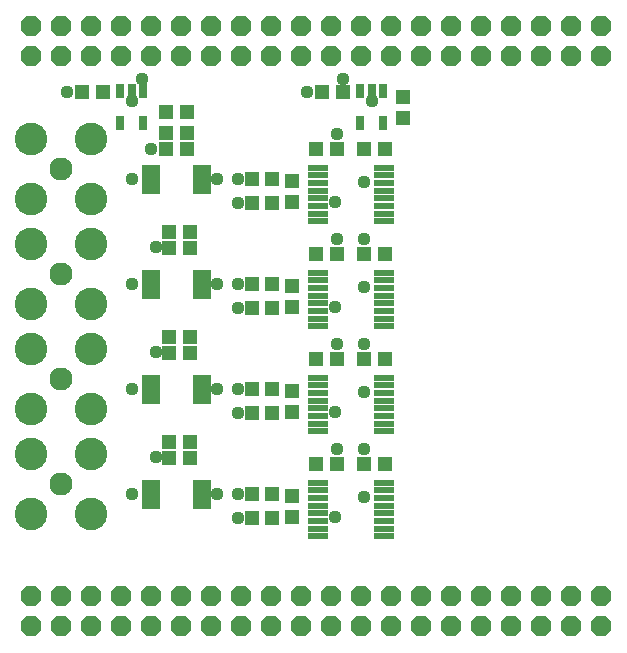
<source format=gts>
G75*
G70*
%OFA0B0*%
%FSLAX24Y24*%
%IPPOS*%
%LPD*%
%AMOC8*
5,1,8,0,0,1.08239X$1,22.5*
%
%ADD10R,0.0631X0.0190*%
%ADD11C,0.1085*%
%ADD12C,0.0770*%
%ADD13R,0.0474X0.0513*%
%ADD14OC8,0.0680*%
%ADD15R,0.0493X0.0505*%
%ADD16R,0.0710X0.0218*%
%ADD17R,0.0505X0.0493*%
%ADD18R,0.0297X0.0474*%
%ADD19C,0.0437*%
D10*
X006097Y005296D03*
X006097Y005493D03*
X006097Y005690D03*
X006097Y005887D03*
X006097Y006084D03*
X007783Y006084D03*
X007783Y005887D03*
X007783Y005690D03*
X007783Y005493D03*
X007783Y005296D03*
X007783Y008796D03*
X007783Y008993D03*
X007783Y009190D03*
X007783Y009387D03*
X007783Y009584D03*
X006097Y009584D03*
X006097Y009387D03*
X006097Y009190D03*
X006097Y008993D03*
X006097Y008796D03*
X006097Y012296D03*
X006097Y012493D03*
X006097Y012690D03*
X006097Y012887D03*
X006097Y013084D03*
X007783Y013084D03*
X007783Y012887D03*
X007783Y012690D03*
X007783Y012493D03*
X007783Y012296D03*
X007783Y015796D03*
X007783Y015993D03*
X007783Y016190D03*
X007783Y016387D03*
X007783Y016584D03*
X006097Y016584D03*
X006097Y016387D03*
X006097Y016190D03*
X006097Y015993D03*
X006097Y015796D03*
D11*
X004090Y015540D03*
X004090Y014040D03*
X002090Y014040D03*
X002090Y015540D03*
X002090Y017540D03*
X004090Y017540D03*
X004090Y012040D03*
X004090Y010540D03*
X002090Y010540D03*
X002090Y012040D03*
X002090Y008540D03*
X002090Y007040D03*
X004090Y007040D03*
X004090Y008540D03*
X004090Y005040D03*
X002090Y005040D03*
D12*
X003090Y006040D03*
X003090Y009540D03*
X003090Y013040D03*
X003090Y016540D03*
D13*
X009455Y016190D03*
X010125Y016190D03*
X010125Y015390D03*
X009455Y015390D03*
X009455Y012690D03*
X010125Y012690D03*
X010125Y011890D03*
X009455Y011890D03*
X009455Y009190D03*
X010125Y009190D03*
X010125Y008390D03*
X009455Y008390D03*
X009455Y005690D03*
X010125Y005690D03*
X010125Y004890D03*
X009455Y004890D03*
D14*
X002090Y001290D03*
X003090Y001290D03*
X004090Y001290D03*
X004090Y002290D03*
X003090Y002290D03*
X002090Y002290D03*
X005090Y002290D03*
X006090Y002290D03*
X006090Y001290D03*
X005090Y001290D03*
X007090Y001290D03*
X008090Y001290D03*
X009090Y001290D03*
X009090Y002290D03*
X008090Y002290D03*
X007090Y002290D03*
X010090Y002290D03*
X011090Y002290D03*
X012090Y002290D03*
X012090Y001290D03*
X011090Y001290D03*
X010090Y001290D03*
X013090Y001290D03*
X014090Y001290D03*
X014090Y002290D03*
X013090Y002290D03*
X015090Y002290D03*
X016090Y002290D03*
X017090Y002290D03*
X017090Y001290D03*
X016090Y001290D03*
X015090Y001290D03*
X018090Y001290D03*
X019090Y001290D03*
X020090Y001290D03*
X020090Y002290D03*
X019090Y002290D03*
X018090Y002290D03*
X021090Y002290D03*
X021090Y001290D03*
X021090Y020290D03*
X021090Y021290D03*
X020090Y021290D03*
X020090Y020290D03*
X019090Y020290D03*
X019090Y021290D03*
X018090Y021290D03*
X018090Y020290D03*
X017090Y020290D03*
X017090Y021290D03*
X016090Y021290D03*
X016090Y020290D03*
X015090Y020290D03*
X015090Y021290D03*
X014090Y021290D03*
X014090Y020290D03*
X013090Y020290D03*
X013090Y021290D03*
X012090Y021290D03*
X012090Y020290D03*
X011090Y020290D03*
X011090Y021290D03*
X010090Y021290D03*
X010090Y020290D03*
X009090Y020290D03*
X009090Y021290D03*
X008090Y021290D03*
X008090Y020290D03*
X007090Y020290D03*
X007090Y021290D03*
X006090Y021290D03*
X006090Y020290D03*
X005090Y020290D03*
X005090Y021290D03*
X004090Y021290D03*
X004090Y020290D03*
X003090Y020290D03*
X003090Y021290D03*
X002090Y021290D03*
X002090Y020290D03*
D15*
X003796Y019090D03*
X004484Y019090D03*
X006596Y018440D03*
X007284Y018440D03*
X007284Y017740D03*
X007284Y017190D03*
X006596Y017190D03*
X006596Y017740D03*
X006696Y014440D03*
X006696Y013890D03*
X007384Y013890D03*
X007384Y014440D03*
X007384Y010940D03*
X007384Y010390D03*
X006696Y010390D03*
X006696Y010940D03*
X006696Y007440D03*
X006696Y006890D03*
X007384Y006890D03*
X007384Y007440D03*
X011596Y006690D03*
X012284Y006690D03*
X013196Y006690D03*
X013884Y006690D03*
X013884Y010190D03*
X013196Y010190D03*
X012284Y010190D03*
X011596Y010190D03*
X011596Y013690D03*
X012284Y013690D03*
X013196Y013690D03*
X013884Y013690D03*
X013884Y017190D03*
X013196Y017190D03*
X012284Y017190D03*
X011596Y017190D03*
X011796Y019090D03*
X012484Y019090D03*
D16*
X011638Y016586D03*
X011638Y016330D03*
X011638Y016074D03*
X011638Y015818D03*
X011638Y015562D03*
X011638Y015306D03*
X011638Y015050D03*
X011638Y014794D03*
X011638Y013086D03*
X011638Y012830D03*
X011638Y012574D03*
X011638Y012318D03*
X011638Y012062D03*
X011638Y011806D03*
X011638Y011550D03*
X011638Y011294D03*
X011638Y009586D03*
X011638Y009330D03*
X011638Y009074D03*
X011638Y008818D03*
X011638Y008562D03*
X011638Y008306D03*
X011638Y008050D03*
X011638Y007794D03*
X011638Y006086D03*
X011638Y005830D03*
X011638Y005574D03*
X011638Y005318D03*
X011638Y005062D03*
X011638Y004806D03*
X011638Y004550D03*
X011638Y004294D03*
X013842Y004294D03*
X013842Y004550D03*
X013842Y004806D03*
X013842Y005062D03*
X013842Y005318D03*
X013842Y005574D03*
X013842Y005830D03*
X013842Y006086D03*
X013842Y007794D03*
X013842Y008050D03*
X013842Y008306D03*
X013842Y008562D03*
X013842Y008818D03*
X013842Y009074D03*
X013842Y009330D03*
X013842Y009586D03*
X013842Y011294D03*
X013842Y011550D03*
X013842Y011806D03*
X013842Y012062D03*
X013842Y012318D03*
X013842Y012574D03*
X013842Y012830D03*
X013842Y013086D03*
X013842Y014794D03*
X013842Y015050D03*
X013842Y015306D03*
X013842Y015562D03*
X013842Y015818D03*
X013842Y016074D03*
X013842Y016330D03*
X013842Y016586D03*
D17*
X014490Y018246D03*
X014490Y018934D03*
X010790Y016134D03*
X010790Y015446D03*
X010790Y012634D03*
X010790Y011946D03*
X010790Y009134D03*
X010790Y008446D03*
X010790Y005634D03*
X010790Y004946D03*
D18*
X013066Y018059D03*
X013814Y018059D03*
X013814Y019121D03*
X013440Y019121D03*
X013066Y019121D03*
X005814Y019121D03*
X005440Y019121D03*
X005066Y019121D03*
X005066Y018059D03*
X005814Y018059D03*
D19*
X005440Y018790D03*
X005790Y019540D03*
X006090Y017190D03*
X005440Y016190D03*
X006240Y013940D03*
X005440Y012690D03*
X006240Y010440D03*
X005440Y009190D03*
X006240Y006940D03*
X005440Y005690D03*
X008290Y005690D03*
X008990Y005690D03*
X008990Y004890D03*
X012204Y004936D03*
X013190Y005590D03*
X013190Y007190D03*
X012290Y007190D03*
X012204Y008440D03*
X013190Y009090D03*
X013190Y010690D03*
X012290Y010690D03*
X012204Y011944D03*
X013190Y012590D03*
X013190Y014190D03*
X012290Y014190D03*
X012204Y015447D03*
X013190Y016090D03*
X012290Y017690D03*
X013440Y018790D03*
X012484Y019534D03*
X011290Y019090D03*
X008990Y016190D03*
X008290Y016190D03*
X008990Y015390D03*
X008990Y012690D03*
X008290Y012690D03*
X008990Y011890D03*
X008990Y009190D03*
X008290Y009190D03*
X008990Y008390D03*
X003290Y019090D03*
M02*

</source>
